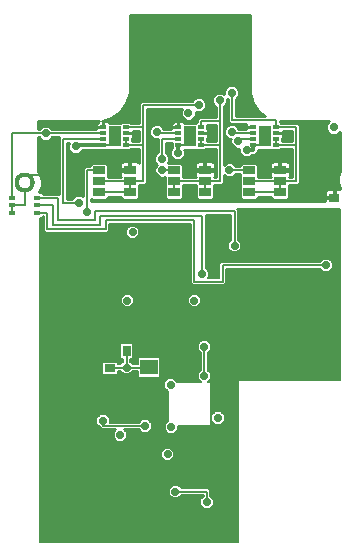
<source format=gbl>
G75*
%MOIN*%
%OFA0B0*%
%FSLAX25Y25*%
%IPPOS*%
%LPD*%
%AMOC8*
5,1,8,0,0,1.08239X$1,22.5*
%
%ADD10R,0.05906X0.05118*%
%ADD11R,0.02756X0.03543*%
%ADD12R,0.03543X0.02756*%
%ADD13R,0.03898X0.02717*%
%ADD14R,0.03937X0.06693*%
%ADD15R,0.01969X0.01181*%
%ADD16R,0.02362X0.01575*%
%ADD17C,0.01181*%
%ADD18R,0.00394X0.00394*%
%ADD19C,0.02781*%
%ADD20C,0.00500*%
%ADD21C,0.02780*%
%ADD22C,0.01000*%
%ADD23C,0.01200*%
D10*
X0061500Y0055510D03*
X0061500Y0062990D03*
D11*
X0059097Y0068472D03*
X0053979Y0068472D03*
D12*
X0048400Y0057491D03*
X0048400Y0062609D03*
X0123300Y0114441D03*
X0123300Y0119559D03*
D13*
X0044882Y0121260D03*
X0044882Y0125000D03*
X0044882Y0128740D03*
X0055118Y0128740D03*
X0055118Y0125000D03*
X0055118Y0121260D03*
X0069882Y0121260D03*
X0069882Y0125000D03*
X0069882Y0128740D03*
X0080118Y0128740D03*
X0080118Y0125000D03*
X0080118Y0121260D03*
X0094882Y0121260D03*
X0094882Y0125000D03*
X0094882Y0128740D03*
X0105118Y0128740D03*
X0105118Y0125000D03*
X0105118Y0121260D03*
D14*
X0050000Y0140000D03*
X0075000Y0140000D03*
X0100000Y0140000D03*
D15*
X0046260Y0137047D03*
X0046260Y0139016D03*
X0046260Y0140984D03*
X0046260Y0142953D03*
X0053740Y0142953D03*
X0053740Y0140984D03*
X0053740Y0139016D03*
X0053740Y0137047D03*
X0071260Y0137047D03*
X0071260Y0139016D03*
X0071260Y0140984D03*
X0071260Y0142953D03*
X0078740Y0142953D03*
X0078740Y0140984D03*
X0078740Y0139016D03*
X0078740Y0137047D03*
X0096260Y0137047D03*
X0096260Y0139016D03*
X0096260Y0140984D03*
X0096260Y0142953D03*
X0103740Y0142953D03*
X0103740Y0140984D03*
X0103740Y0139016D03*
X0103740Y0137047D03*
D16*
X0024232Y0119559D03*
X0024232Y0117000D03*
X0024232Y0114441D03*
X0015768Y0114441D03*
X0015768Y0117000D03*
X0015768Y0119559D03*
D17*
X0017343Y0124579D02*
X0017345Y0124682D01*
X0017351Y0124785D01*
X0017361Y0124887D01*
X0017375Y0124990D01*
X0017393Y0125091D01*
X0017415Y0125192D01*
X0017440Y0125292D01*
X0017470Y0125390D01*
X0017503Y0125488D01*
X0017540Y0125584D01*
X0017581Y0125678D01*
X0017626Y0125771D01*
X0017674Y0125863D01*
X0017725Y0125952D01*
X0017780Y0126039D01*
X0017838Y0126124D01*
X0017900Y0126207D01*
X0017965Y0126287D01*
X0018032Y0126365D01*
X0018103Y0126439D01*
X0018177Y0126512D01*
X0018253Y0126581D01*
X0018332Y0126647D01*
X0018413Y0126710D01*
X0018497Y0126770D01*
X0018583Y0126827D01*
X0018671Y0126880D01*
X0018762Y0126930D01*
X0018854Y0126976D01*
X0018948Y0127019D01*
X0019043Y0127058D01*
X0019140Y0127093D01*
X0019238Y0127124D01*
X0019337Y0127152D01*
X0019438Y0127176D01*
X0019539Y0127196D01*
X0019640Y0127212D01*
X0019743Y0127224D01*
X0019846Y0127232D01*
X0019948Y0127236D01*
X0020052Y0127236D01*
X0020154Y0127232D01*
X0020257Y0127224D01*
X0020360Y0127212D01*
X0020461Y0127196D01*
X0020562Y0127176D01*
X0020663Y0127152D01*
X0020762Y0127124D01*
X0020860Y0127093D01*
X0020957Y0127058D01*
X0021052Y0127019D01*
X0021146Y0126976D01*
X0021238Y0126930D01*
X0021328Y0126880D01*
X0021417Y0126827D01*
X0021503Y0126770D01*
X0021587Y0126710D01*
X0021668Y0126647D01*
X0021747Y0126581D01*
X0021823Y0126512D01*
X0021897Y0126439D01*
X0021968Y0126365D01*
X0022035Y0126287D01*
X0022100Y0126207D01*
X0022162Y0126124D01*
X0022220Y0126039D01*
X0022275Y0125952D01*
X0022326Y0125863D01*
X0022374Y0125771D01*
X0022419Y0125678D01*
X0022460Y0125584D01*
X0022497Y0125488D01*
X0022530Y0125390D01*
X0022560Y0125292D01*
X0022585Y0125192D01*
X0022607Y0125091D01*
X0022625Y0124990D01*
X0022639Y0124887D01*
X0022649Y0124785D01*
X0022655Y0124682D01*
X0022657Y0124579D01*
X0022655Y0124476D01*
X0022649Y0124373D01*
X0022639Y0124271D01*
X0022625Y0124168D01*
X0022607Y0124067D01*
X0022585Y0123966D01*
X0022560Y0123866D01*
X0022530Y0123768D01*
X0022497Y0123670D01*
X0022460Y0123574D01*
X0022419Y0123480D01*
X0022374Y0123387D01*
X0022326Y0123295D01*
X0022275Y0123206D01*
X0022220Y0123119D01*
X0022162Y0123034D01*
X0022100Y0122951D01*
X0022035Y0122871D01*
X0021968Y0122793D01*
X0021897Y0122719D01*
X0021823Y0122646D01*
X0021747Y0122577D01*
X0021668Y0122511D01*
X0021587Y0122448D01*
X0021503Y0122388D01*
X0021417Y0122331D01*
X0021329Y0122278D01*
X0021238Y0122228D01*
X0021146Y0122182D01*
X0021052Y0122139D01*
X0020957Y0122100D01*
X0020860Y0122065D01*
X0020762Y0122034D01*
X0020663Y0122006D01*
X0020562Y0121982D01*
X0020461Y0121962D01*
X0020360Y0121946D01*
X0020257Y0121934D01*
X0020154Y0121926D01*
X0020052Y0121922D01*
X0019948Y0121922D01*
X0019846Y0121926D01*
X0019743Y0121934D01*
X0019640Y0121946D01*
X0019539Y0121962D01*
X0019438Y0121982D01*
X0019337Y0122006D01*
X0019238Y0122034D01*
X0019140Y0122065D01*
X0019043Y0122100D01*
X0018948Y0122139D01*
X0018854Y0122182D01*
X0018762Y0122228D01*
X0018672Y0122278D01*
X0018583Y0122331D01*
X0018497Y0122388D01*
X0018413Y0122448D01*
X0018332Y0122511D01*
X0018253Y0122577D01*
X0018177Y0122646D01*
X0018103Y0122719D01*
X0018032Y0122793D01*
X0017965Y0122871D01*
X0017900Y0122951D01*
X0017838Y0123034D01*
X0017780Y0123119D01*
X0017725Y0123206D01*
X0017674Y0123295D01*
X0017626Y0123387D01*
X0017581Y0123480D01*
X0017540Y0123574D01*
X0017503Y0123670D01*
X0017470Y0123768D01*
X0017440Y0123866D01*
X0017415Y0123966D01*
X0017393Y0124067D01*
X0017375Y0124168D01*
X0017361Y0124271D01*
X0017351Y0124373D01*
X0017345Y0124476D01*
X0017343Y0124579D01*
D18*
X0020000Y0127236D03*
X0020000Y0121724D03*
X0017244Y0124480D03*
X0022756Y0124874D03*
D19*
X0052900Y0056050D03*
X0061800Y0036150D03*
X0061800Y0033050D03*
X0063000Y0076750D03*
X0068000Y0076750D03*
X0063000Y0071750D03*
X0068000Y0071750D03*
X0089400Y0091550D03*
X0101200Y0086450D03*
X0103100Y0078150D03*
X0081900Y0030650D03*
X0084500Y0057750D03*
X0079900Y0039350D03*
X0055800Y0033050D03*
X0093000Y0067250D03*
X0096000Y0064750D03*
X0098000Y0061750D03*
X0054300Y0085250D03*
X0076600Y0085250D03*
X0054000Y0062850D03*
X0051900Y0040450D03*
X0068900Y0043050D03*
X0084500Y0046050D03*
X0068700Y0057150D03*
X0067700Y0033950D03*
X0079900Y0060050D03*
X0079900Y0069750D03*
X0060100Y0043450D03*
X0046200Y0045150D03*
D20*
X0125000Y0115750D02*
X0125000Y0058750D01*
X0091000Y0058750D01*
X0091000Y0004750D01*
X0025000Y0004750D01*
X0025000Y0112804D01*
X0025765Y0112804D01*
X0026263Y0113301D01*
X0026263Y0113341D01*
X0026400Y0113341D01*
X0026400Y0108544D01*
X0027044Y0107900D01*
X0047456Y0107900D01*
X0048100Y0108544D01*
X0048100Y0110900D01*
X0075400Y0110900D01*
X0075400Y0091044D01*
X0076044Y0090400D01*
X0086456Y0090400D01*
X0087100Y0091044D01*
X0087100Y0095900D01*
X0118432Y0095900D01*
X0119572Y0094760D01*
X0121428Y0094760D01*
X0122740Y0096072D01*
X0122740Y0097928D01*
X0121428Y0099240D01*
X0119572Y0099240D01*
X0118432Y0098100D01*
X0085544Y0098100D01*
X0084900Y0097456D01*
X0084900Y0092600D01*
X0081018Y0092600D01*
X0081490Y0093072D01*
X0081490Y0094928D01*
X0080350Y0096068D01*
X0080350Y0113900D01*
X0088900Y0113900D01*
X0088900Y0105568D01*
X0087760Y0104428D01*
X0087760Y0102572D01*
X0089072Y0101260D01*
X0090928Y0101260D01*
X0092240Y0102572D01*
X0092240Y0104428D01*
X0091100Y0105568D01*
X0091100Y0115456D01*
X0090806Y0115750D01*
X0125000Y0115750D01*
X0062341Y0042522D02*
X0062341Y0044378D01*
X0061028Y0045691D01*
X0059172Y0045691D01*
X0058031Y0044550D01*
X0048441Y0044550D01*
X0048441Y0046078D01*
X0047128Y0047391D01*
X0045272Y0047391D01*
X0043959Y0046078D01*
X0043959Y0044222D01*
X0045100Y0043081D01*
X0045100Y0042994D01*
X0045744Y0042350D01*
X0050631Y0042350D01*
X0049659Y0041378D01*
X0049659Y0039522D01*
X0050972Y0038209D01*
X0052828Y0038209D01*
X0054141Y0039522D01*
X0054141Y0041378D01*
X0053169Y0042350D01*
X0058031Y0042350D01*
X0059172Y0041209D01*
X0061028Y0041209D01*
X0062341Y0042522D01*
X0058240Y0107072D02*
X0058240Y0108928D01*
X0056928Y0110240D01*
X0055072Y0110240D01*
X0053760Y0108928D01*
X0053760Y0107072D01*
X0055072Y0105760D01*
X0056928Y0105760D01*
X0058240Y0107072D01*
X0051751Y0070596D02*
X0051751Y0066348D01*
X0052249Y0065851D01*
X0052900Y0065851D01*
X0052900Y0064919D01*
X0051931Y0063950D01*
X0051022Y0063950D01*
X0051022Y0064339D01*
X0050524Y0064837D01*
X0046276Y0064837D01*
X0045778Y0064339D01*
X0045778Y0060879D01*
X0046276Y0060381D01*
X0050524Y0060381D01*
X0051022Y0060879D01*
X0051022Y0061750D01*
X0051931Y0061750D01*
X0053072Y0060609D01*
X0054928Y0060609D01*
X0056069Y0061750D01*
X0057697Y0061750D01*
X0057697Y0060079D01*
X0058195Y0059581D01*
X0064805Y0059581D01*
X0065303Y0060079D01*
X0065303Y0065901D01*
X0064805Y0066399D01*
X0058195Y0066399D01*
X0057697Y0065901D01*
X0057697Y0063950D01*
X0056069Y0063950D01*
X0055100Y0064919D01*
X0055100Y0065851D01*
X0055709Y0065851D01*
X0056207Y0066348D01*
X0056207Y0070596D01*
X0055709Y0071094D01*
X0052249Y0071094D01*
X0051751Y0070596D01*
X0056541Y0084322D02*
X0056541Y0086178D01*
X0055228Y0087491D01*
X0053372Y0087491D01*
X0052059Y0086178D01*
X0052059Y0084322D01*
X0053372Y0083009D01*
X0055228Y0083009D01*
X0056541Y0084322D01*
X0078841Y0084322D02*
X0078841Y0086178D01*
X0077528Y0087491D01*
X0075672Y0087491D01*
X0074359Y0086178D01*
X0074359Y0084322D01*
X0075672Y0083009D01*
X0077528Y0083009D01*
X0078841Y0084322D01*
X0071141Y0042122D02*
X0071141Y0043500D01*
X0082104Y0043500D01*
X0082250Y0043646D01*
X0082250Y0057854D01*
X0082104Y0058000D01*
X0081019Y0058000D01*
X0082141Y0059122D01*
X0082141Y0060978D01*
X0081000Y0062119D01*
X0081000Y0067681D01*
X0082141Y0068822D01*
X0082141Y0070678D01*
X0080828Y0071991D01*
X0078972Y0071991D01*
X0077659Y0070678D01*
X0077659Y0068822D01*
X0078800Y0067681D01*
X0078800Y0062119D01*
X0077659Y0060978D01*
X0077659Y0059122D01*
X0078781Y0058000D01*
X0070941Y0058000D01*
X0070941Y0058078D01*
X0069628Y0059391D01*
X0067772Y0059391D01*
X0066459Y0058078D01*
X0066459Y0056222D01*
X0067750Y0054931D01*
X0067750Y0045069D01*
X0066659Y0043978D01*
X0066659Y0042122D01*
X0067972Y0040809D01*
X0069828Y0040809D01*
X0071141Y0042122D01*
X0086741Y0045122D02*
X0086741Y0046978D01*
X0085428Y0048291D01*
X0083572Y0048291D01*
X0082259Y0046978D01*
X0082259Y0045122D01*
X0083572Y0043809D01*
X0085428Y0043809D01*
X0086741Y0045122D01*
X0069941Y0033022D02*
X0069941Y0034878D01*
X0068628Y0036191D01*
X0066772Y0036191D01*
X0065459Y0034878D01*
X0065459Y0033022D01*
X0066772Y0031709D01*
X0068628Y0031709D01*
X0069941Y0033022D01*
X0082990Y0017072D02*
X0082990Y0018928D01*
X0081850Y0020068D01*
X0081850Y0021956D01*
X0081206Y0022600D01*
X0072318Y0022600D01*
X0071178Y0023740D01*
X0069322Y0023740D01*
X0068010Y0022428D01*
X0068010Y0020572D01*
X0069322Y0019260D01*
X0071178Y0019260D01*
X0072318Y0020400D01*
X0079650Y0020400D01*
X0079650Y0020068D01*
X0078510Y0018928D01*
X0078510Y0017072D01*
X0079822Y0015760D01*
X0081678Y0015760D01*
X0082990Y0017072D01*
X0091000Y0004985D02*
X0025000Y0004985D01*
X0025000Y0005484D02*
X0091000Y0005484D01*
X0091000Y0005982D02*
X0025000Y0005982D01*
X0025000Y0006481D02*
X0091000Y0006481D01*
X0091000Y0006979D02*
X0025000Y0006979D01*
X0025000Y0007478D02*
X0091000Y0007478D01*
X0091000Y0007976D02*
X0025000Y0007976D01*
X0025000Y0008475D02*
X0091000Y0008475D01*
X0091000Y0008973D02*
X0025000Y0008973D01*
X0025000Y0009472D02*
X0091000Y0009472D01*
X0091000Y0009970D02*
X0025000Y0009970D01*
X0025000Y0010469D02*
X0091000Y0010469D01*
X0091000Y0010967D02*
X0025000Y0010967D01*
X0025000Y0011466D02*
X0091000Y0011466D01*
X0091000Y0011964D02*
X0025000Y0011964D01*
X0025000Y0012463D02*
X0091000Y0012463D01*
X0091000Y0012961D02*
X0025000Y0012961D01*
X0025000Y0013460D02*
X0091000Y0013460D01*
X0091000Y0013958D02*
X0025000Y0013958D01*
X0025000Y0014457D02*
X0091000Y0014457D01*
X0091000Y0014955D02*
X0025000Y0014955D01*
X0025000Y0015454D02*
X0091000Y0015454D01*
X0079630Y0015952D02*
X0025000Y0015952D01*
X0081870Y0015952D02*
X0091000Y0015952D01*
X0079131Y0016451D02*
X0025000Y0016451D01*
X0082369Y0016451D02*
X0091000Y0016451D01*
X0078633Y0016949D02*
X0025000Y0016949D01*
X0082867Y0016949D02*
X0091000Y0016949D01*
X0078510Y0017448D02*
X0025000Y0017448D01*
X0082990Y0017448D02*
X0091000Y0017448D01*
X0078510Y0017946D02*
X0025000Y0017946D01*
X0082990Y0017946D02*
X0091000Y0017946D01*
X0078510Y0018445D02*
X0025000Y0018445D01*
X0082990Y0018445D02*
X0091000Y0018445D01*
X0078526Y0018943D02*
X0025000Y0018943D01*
X0082974Y0018943D02*
X0091000Y0018943D01*
X0069140Y0019442D02*
X0025000Y0019442D01*
X0071360Y0019442D02*
X0079024Y0019442D01*
X0082476Y0019442D02*
X0091000Y0019442D01*
X0068642Y0019940D02*
X0025000Y0019940D01*
X0071858Y0019940D02*
X0079523Y0019940D01*
X0081977Y0019940D02*
X0091000Y0019940D01*
X0068143Y0020439D02*
X0025000Y0020439D01*
X0081850Y0020439D02*
X0091000Y0020439D01*
X0068010Y0020937D02*
X0025000Y0020937D01*
X0081850Y0020937D02*
X0091000Y0020937D01*
X0068010Y0021436D02*
X0025000Y0021436D01*
X0081850Y0021436D02*
X0091000Y0021436D01*
X0068010Y0021934D02*
X0025000Y0021934D01*
X0081850Y0021934D02*
X0091000Y0021934D01*
X0068015Y0022433D02*
X0025000Y0022433D01*
X0081373Y0022433D02*
X0091000Y0022433D01*
X0068514Y0022932D02*
X0025000Y0022932D01*
X0071986Y0022932D02*
X0091000Y0022932D01*
X0069012Y0023430D02*
X0025000Y0023430D01*
X0071488Y0023430D02*
X0091000Y0023430D01*
X0091000Y0023929D02*
X0025000Y0023929D01*
X0025000Y0024427D02*
X0091000Y0024427D01*
X0091000Y0024926D02*
X0025000Y0024926D01*
X0025000Y0025424D02*
X0091000Y0025424D01*
X0091000Y0025923D02*
X0025000Y0025923D01*
X0025000Y0026421D02*
X0091000Y0026421D01*
X0091000Y0026920D02*
X0025000Y0026920D01*
X0025000Y0027418D02*
X0091000Y0027418D01*
X0091000Y0027917D02*
X0025000Y0027917D01*
X0025000Y0028415D02*
X0091000Y0028415D01*
X0091000Y0028914D02*
X0025000Y0028914D01*
X0025000Y0029412D02*
X0091000Y0029412D01*
X0091000Y0029911D02*
X0025000Y0029911D01*
X0025000Y0030409D02*
X0091000Y0030409D01*
X0091000Y0030908D02*
X0025000Y0030908D01*
X0025000Y0031406D02*
X0091000Y0031406D01*
X0066577Y0031905D02*
X0025000Y0031905D01*
X0068823Y0031905D02*
X0091000Y0031905D01*
X0066078Y0032403D02*
X0025000Y0032403D01*
X0069322Y0032403D02*
X0091000Y0032403D01*
X0065580Y0032902D02*
X0025000Y0032902D01*
X0069820Y0032902D02*
X0091000Y0032902D01*
X0065459Y0033400D02*
X0025000Y0033400D01*
X0069941Y0033400D02*
X0091000Y0033400D01*
X0065459Y0033899D02*
X0025000Y0033899D01*
X0069941Y0033899D02*
X0091000Y0033899D01*
X0065459Y0034397D02*
X0025000Y0034397D01*
X0069941Y0034397D02*
X0091000Y0034397D01*
X0065477Y0034896D02*
X0025000Y0034896D01*
X0069923Y0034896D02*
X0091000Y0034896D01*
X0065976Y0035394D02*
X0025000Y0035394D01*
X0069424Y0035394D02*
X0091000Y0035394D01*
X0066474Y0035893D02*
X0025000Y0035893D01*
X0068926Y0035893D02*
X0091000Y0035893D01*
X0091000Y0036391D02*
X0025000Y0036391D01*
X0025000Y0036890D02*
X0091000Y0036890D01*
X0091000Y0037388D02*
X0025000Y0037388D01*
X0025000Y0037887D02*
X0091000Y0037887D01*
X0050796Y0038385D02*
X0025000Y0038385D01*
X0053004Y0038385D02*
X0091000Y0038385D01*
X0050297Y0038884D02*
X0025000Y0038884D01*
X0053502Y0038884D02*
X0091000Y0038884D01*
X0049799Y0039382D02*
X0025000Y0039382D01*
X0054001Y0039382D02*
X0091000Y0039382D01*
X0049659Y0039881D02*
X0025000Y0039881D01*
X0054141Y0039881D02*
X0091000Y0039881D01*
X0049659Y0040379D02*
X0025000Y0040379D01*
X0054141Y0040379D02*
X0091000Y0040379D01*
X0049659Y0040878D02*
X0025000Y0040878D01*
X0054141Y0040878D02*
X0067903Y0040878D01*
X0069897Y0040878D02*
X0091000Y0040878D01*
X0049659Y0041376D02*
X0025000Y0041376D01*
X0054141Y0041376D02*
X0059005Y0041376D01*
X0061195Y0041376D02*
X0067405Y0041376D01*
X0070395Y0041376D02*
X0091000Y0041376D01*
X0050156Y0041875D02*
X0025000Y0041875D01*
X0053644Y0041875D02*
X0058506Y0041875D01*
X0061694Y0041875D02*
X0066906Y0041875D01*
X0070894Y0041875D02*
X0091000Y0041875D01*
X0045721Y0042373D02*
X0025000Y0042373D01*
X0062192Y0042373D02*
X0066659Y0042373D01*
X0071141Y0042373D02*
X0091000Y0042373D01*
X0045222Y0042872D02*
X0025000Y0042872D01*
X0062341Y0042872D02*
X0066659Y0042872D01*
X0071141Y0042872D02*
X0091000Y0042872D01*
X0044811Y0043370D02*
X0025000Y0043370D01*
X0062341Y0043370D02*
X0066659Y0043370D01*
X0071141Y0043370D02*
X0091000Y0043370D01*
X0044312Y0043869D02*
X0025000Y0043869D01*
X0062341Y0043869D02*
X0066659Y0043869D01*
X0082250Y0043869D02*
X0083512Y0043869D01*
X0085488Y0043869D02*
X0091000Y0043869D01*
X0043959Y0044368D02*
X0025000Y0044368D01*
X0062341Y0044368D02*
X0067049Y0044368D01*
X0082250Y0044368D02*
X0083014Y0044368D01*
X0085986Y0044368D02*
X0091000Y0044368D01*
X0043959Y0044866D02*
X0025000Y0044866D01*
X0048441Y0044866D02*
X0058347Y0044866D01*
X0061853Y0044866D02*
X0067547Y0044866D01*
X0082250Y0044866D02*
X0082515Y0044866D01*
X0086485Y0044866D02*
X0091000Y0044866D01*
X0043959Y0045365D02*
X0025000Y0045365D01*
X0048441Y0045365D02*
X0058846Y0045365D01*
X0061354Y0045365D02*
X0067750Y0045365D01*
X0082250Y0045365D02*
X0082259Y0045365D01*
X0086741Y0045365D02*
X0091000Y0045365D01*
X0043959Y0045863D02*
X0025000Y0045863D01*
X0048441Y0045863D02*
X0067750Y0045863D01*
X0082250Y0045863D02*
X0082259Y0045863D01*
X0086741Y0045863D02*
X0091000Y0045863D01*
X0044243Y0046362D02*
X0025000Y0046362D01*
X0048157Y0046362D02*
X0067750Y0046362D01*
X0082250Y0046362D02*
X0082259Y0046362D01*
X0086741Y0046362D02*
X0091000Y0046362D01*
X0044741Y0046860D02*
X0025000Y0046860D01*
X0047659Y0046860D02*
X0067750Y0046860D01*
X0082250Y0046860D02*
X0082259Y0046860D01*
X0086741Y0046860D02*
X0091000Y0046860D01*
X0045240Y0047359D02*
X0025000Y0047359D01*
X0047160Y0047359D02*
X0067750Y0047359D01*
X0082250Y0047359D02*
X0082640Y0047359D01*
X0086360Y0047359D02*
X0091000Y0047359D01*
X0067750Y0047857D02*
X0025000Y0047857D01*
X0082250Y0047857D02*
X0083138Y0047857D01*
X0085862Y0047857D02*
X0091000Y0047857D01*
X0067750Y0048356D02*
X0025000Y0048356D01*
X0082250Y0048356D02*
X0091000Y0048356D01*
X0067750Y0048854D02*
X0025000Y0048854D01*
X0082250Y0048854D02*
X0091000Y0048854D01*
X0067750Y0049353D02*
X0025000Y0049353D01*
X0082250Y0049353D02*
X0091000Y0049353D01*
X0067750Y0049851D02*
X0025000Y0049851D01*
X0082250Y0049851D02*
X0091000Y0049851D01*
X0067750Y0050350D02*
X0025000Y0050350D01*
X0082250Y0050350D02*
X0091000Y0050350D01*
X0067750Y0050848D02*
X0025000Y0050848D01*
X0082250Y0050848D02*
X0091000Y0050848D01*
X0067750Y0051347D02*
X0025000Y0051347D01*
X0082250Y0051347D02*
X0091000Y0051347D01*
X0067750Y0051845D02*
X0025000Y0051845D01*
X0082250Y0051845D02*
X0091000Y0051845D01*
X0067750Y0052344D02*
X0025000Y0052344D01*
X0082250Y0052344D02*
X0091000Y0052344D01*
X0067750Y0052842D02*
X0025000Y0052842D01*
X0082250Y0052842D02*
X0091000Y0052842D01*
X0067750Y0053341D02*
X0025000Y0053341D01*
X0082250Y0053341D02*
X0091000Y0053341D01*
X0067750Y0053839D02*
X0025000Y0053839D01*
X0082250Y0053839D02*
X0091000Y0053839D01*
X0067750Y0054338D02*
X0025000Y0054338D01*
X0082250Y0054338D02*
X0091000Y0054338D01*
X0067750Y0054836D02*
X0025000Y0054836D01*
X0082250Y0054836D02*
X0091000Y0054836D01*
X0067347Y0055335D02*
X0025000Y0055335D01*
X0082250Y0055335D02*
X0091000Y0055335D01*
X0066848Y0055833D02*
X0025000Y0055833D01*
X0082250Y0055833D02*
X0091000Y0055833D01*
X0066459Y0056332D02*
X0025000Y0056332D01*
X0082250Y0056332D02*
X0091000Y0056332D01*
X0066459Y0056830D02*
X0025000Y0056830D01*
X0082250Y0056830D02*
X0091000Y0056830D01*
X0066459Y0057329D02*
X0025000Y0057329D01*
X0082250Y0057329D02*
X0091000Y0057329D01*
X0066459Y0057827D02*
X0025000Y0057827D01*
X0082250Y0057827D02*
X0091000Y0057827D01*
X0066707Y0058326D02*
X0025000Y0058326D01*
X0070693Y0058326D02*
X0078456Y0058326D01*
X0081344Y0058326D02*
X0091000Y0058326D01*
X0067206Y0058824D02*
X0025000Y0058824D01*
X0070194Y0058824D02*
X0077957Y0058824D01*
X0081843Y0058824D02*
X0125000Y0058824D01*
X0067704Y0059323D02*
X0025000Y0059323D01*
X0069696Y0059323D02*
X0077659Y0059323D01*
X0082141Y0059323D02*
X0125000Y0059323D01*
X0057955Y0059821D02*
X0025000Y0059821D01*
X0065045Y0059821D02*
X0077659Y0059821D01*
X0082141Y0059821D02*
X0125000Y0059821D01*
X0057697Y0060320D02*
X0025000Y0060320D01*
X0065303Y0060320D02*
X0077659Y0060320D01*
X0082141Y0060320D02*
X0125000Y0060320D01*
X0045839Y0060818D02*
X0025000Y0060818D01*
X0050961Y0060818D02*
X0052863Y0060818D01*
X0055137Y0060818D02*
X0057697Y0060818D01*
X0065303Y0060818D02*
X0077659Y0060818D01*
X0082141Y0060818D02*
X0125000Y0060818D01*
X0045778Y0061317D02*
X0025000Y0061317D01*
X0051022Y0061317D02*
X0052364Y0061317D01*
X0055635Y0061317D02*
X0057697Y0061317D01*
X0065303Y0061317D02*
X0077998Y0061317D01*
X0081802Y0061317D02*
X0125000Y0061317D01*
X0045778Y0061815D02*
X0025000Y0061815D01*
X0065303Y0061815D02*
X0078497Y0061815D01*
X0081303Y0061815D02*
X0125000Y0061815D01*
X0045778Y0062314D02*
X0025000Y0062314D01*
X0065303Y0062314D02*
X0078800Y0062314D01*
X0081000Y0062314D02*
X0125000Y0062314D01*
X0045778Y0062812D02*
X0025000Y0062812D01*
X0065303Y0062812D02*
X0078800Y0062812D01*
X0081000Y0062812D02*
X0125000Y0062812D01*
X0045778Y0063311D02*
X0025000Y0063311D01*
X0065303Y0063311D02*
X0078800Y0063311D01*
X0081000Y0063311D02*
X0125000Y0063311D01*
X0045778Y0063809D02*
X0025000Y0063809D01*
X0065303Y0063809D02*
X0078800Y0063809D01*
X0081000Y0063809D02*
X0125000Y0063809D01*
X0045778Y0064308D02*
X0025000Y0064308D01*
X0051022Y0064308D02*
X0052289Y0064308D01*
X0055711Y0064308D02*
X0057697Y0064308D01*
X0065303Y0064308D02*
X0078800Y0064308D01*
X0081000Y0064308D02*
X0125000Y0064308D01*
X0046246Y0064806D02*
X0025000Y0064806D01*
X0050554Y0064806D02*
X0052788Y0064806D01*
X0055212Y0064806D02*
X0057697Y0064806D01*
X0065303Y0064806D02*
X0078800Y0064806D01*
X0081000Y0064806D02*
X0125000Y0064806D01*
X0052900Y0065305D02*
X0025000Y0065305D01*
X0055100Y0065305D02*
X0057697Y0065305D01*
X0065303Y0065305D02*
X0078800Y0065305D01*
X0081000Y0065305D02*
X0125000Y0065305D01*
X0052900Y0065803D02*
X0025000Y0065803D01*
X0055100Y0065803D02*
X0057697Y0065803D01*
X0065303Y0065803D02*
X0078800Y0065803D01*
X0081000Y0065803D02*
X0125000Y0065803D01*
X0051797Y0066302D02*
X0025000Y0066302D01*
X0056160Y0066302D02*
X0058098Y0066302D01*
X0064902Y0066302D02*
X0078800Y0066302D01*
X0081000Y0066302D02*
X0125000Y0066302D01*
X0051751Y0066801D02*
X0025000Y0066801D01*
X0056207Y0066801D02*
X0078800Y0066801D01*
X0081000Y0066801D02*
X0125000Y0066801D01*
X0051751Y0067299D02*
X0025000Y0067299D01*
X0056207Y0067299D02*
X0078800Y0067299D01*
X0081000Y0067299D02*
X0125000Y0067299D01*
X0051751Y0067798D02*
X0025000Y0067798D01*
X0056207Y0067798D02*
X0078684Y0067798D01*
X0081116Y0067798D02*
X0125000Y0067798D01*
X0051751Y0068296D02*
X0025000Y0068296D01*
X0056207Y0068296D02*
X0078185Y0068296D01*
X0081615Y0068296D02*
X0125000Y0068296D01*
X0051751Y0068795D02*
X0025000Y0068795D01*
X0056207Y0068795D02*
X0077687Y0068795D01*
X0082113Y0068795D02*
X0125000Y0068795D01*
X0051751Y0069293D02*
X0025000Y0069293D01*
X0056207Y0069293D02*
X0077659Y0069293D01*
X0082141Y0069293D02*
X0125000Y0069293D01*
X0051751Y0069792D02*
X0025000Y0069792D01*
X0056207Y0069792D02*
X0077659Y0069792D01*
X0082141Y0069792D02*
X0125000Y0069792D01*
X0051751Y0070290D02*
X0025000Y0070290D01*
X0056207Y0070290D02*
X0077659Y0070290D01*
X0082141Y0070290D02*
X0125000Y0070290D01*
X0051944Y0070789D02*
X0025000Y0070789D01*
X0056014Y0070789D02*
X0077770Y0070789D01*
X0082030Y0070789D02*
X0125000Y0070789D01*
X0078269Y0071287D02*
X0025000Y0071287D01*
X0081531Y0071287D02*
X0125000Y0071287D01*
X0078767Y0071786D02*
X0025000Y0071786D01*
X0081033Y0071786D02*
X0125000Y0071786D01*
X0125000Y0072284D02*
X0025000Y0072284D01*
X0025000Y0072783D02*
X0125000Y0072783D01*
X0125000Y0073281D02*
X0025000Y0073281D01*
X0025000Y0073780D02*
X0125000Y0073780D01*
X0125000Y0074278D02*
X0025000Y0074278D01*
X0025000Y0074777D02*
X0125000Y0074777D01*
X0125000Y0075275D02*
X0025000Y0075275D01*
X0025000Y0075774D02*
X0125000Y0075774D01*
X0125000Y0076272D02*
X0025000Y0076272D01*
X0025000Y0076771D02*
X0125000Y0076771D01*
X0125000Y0077269D02*
X0025000Y0077269D01*
X0025000Y0077768D02*
X0125000Y0077768D01*
X0125000Y0078266D02*
X0025000Y0078266D01*
X0025000Y0078765D02*
X0125000Y0078765D01*
X0125000Y0079263D02*
X0025000Y0079263D01*
X0025000Y0079762D02*
X0125000Y0079762D01*
X0125000Y0080260D02*
X0025000Y0080260D01*
X0025000Y0080759D02*
X0125000Y0080759D01*
X0125000Y0081257D02*
X0025000Y0081257D01*
X0025000Y0081756D02*
X0125000Y0081756D01*
X0125000Y0082254D02*
X0025000Y0082254D01*
X0025000Y0082753D02*
X0125000Y0082753D01*
X0053130Y0083251D02*
X0025000Y0083251D01*
X0055470Y0083251D02*
X0075430Y0083251D01*
X0077770Y0083251D02*
X0125000Y0083251D01*
X0052631Y0083750D02*
X0025000Y0083750D01*
X0055969Y0083750D02*
X0074931Y0083750D01*
X0078269Y0083750D02*
X0125000Y0083750D01*
X0052133Y0084248D02*
X0025000Y0084248D01*
X0056467Y0084248D02*
X0074433Y0084248D01*
X0078767Y0084248D02*
X0125000Y0084248D01*
X0052059Y0084747D02*
X0025000Y0084747D01*
X0056541Y0084747D02*
X0074359Y0084747D01*
X0078841Y0084747D02*
X0125000Y0084747D01*
X0052059Y0085245D02*
X0025000Y0085245D01*
X0056541Y0085245D02*
X0074359Y0085245D01*
X0078841Y0085245D02*
X0125000Y0085245D01*
X0052059Y0085744D02*
X0025000Y0085744D01*
X0056541Y0085744D02*
X0074359Y0085744D01*
X0078841Y0085744D02*
X0125000Y0085744D01*
X0052124Y0086242D02*
X0025000Y0086242D01*
X0056476Y0086242D02*
X0074424Y0086242D01*
X0078776Y0086242D02*
X0125000Y0086242D01*
X0052622Y0086741D02*
X0025000Y0086741D01*
X0055978Y0086741D02*
X0074922Y0086741D01*
X0078278Y0086741D02*
X0125000Y0086741D01*
X0053121Y0087239D02*
X0025000Y0087239D01*
X0055479Y0087239D02*
X0075421Y0087239D01*
X0077779Y0087239D02*
X0125000Y0087239D01*
X0125000Y0087738D02*
X0025000Y0087738D01*
X0025000Y0088237D02*
X0125000Y0088237D01*
X0125000Y0088735D02*
X0025000Y0088735D01*
X0025000Y0089234D02*
X0125000Y0089234D01*
X0125000Y0089732D02*
X0025000Y0089732D01*
X0025000Y0090231D02*
X0125000Y0090231D01*
X0075715Y0090729D02*
X0025000Y0090729D01*
X0086785Y0090729D02*
X0125000Y0090729D01*
X0075400Y0091228D02*
X0025000Y0091228D01*
X0087100Y0091228D02*
X0125000Y0091228D01*
X0075400Y0091726D02*
X0025000Y0091726D01*
X0087100Y0091726D02*
X0125000Y0091726D01*
X0075400Y0092225D02*
X0025000Y0092225D01*
X0087100Y0092225D02*
X0125000Y0092225D01*
X0075400Y0092723D02*
X0025000Y0092723D01*
X0081141Y0092723D02*
X0084900Y0092723D01*
X0087100Y0092723D02*
X0125000Y0092723D01*
X0075400Y0093222D02*
X0025000Y0093222D01*
X0081490Y0093222D02*
X0084900Y0093222D01*
X0087100Y0093222D02*
X0125000Y0093222D01*
X0075400Y0093720D02*
X0025000Y0093720D01*
X0081490Y0093720D02*
X0084900Y0093720D01*
X0087100Y0093720D02*
X0125000Y0093720D01*
X0075400Y0094219D02*
X0025000Y0094219D01*
X0081490Y0094219D02*
X0084900Y0094219D01*
X0087100Y0094219D02*
X0125000Y0094219D01*
X0075400Y0094717D02*
X0025000Y0094717D01*
X0081490Y0094717D02*
X0084900Y0094717D01*
X0087100Y0094717D02*
X0125000Y0094717D01*
X0075400Y0095216D02*
X0025000Y0095216D01*
X0081202Y0095216D02*
X0084900Y0095216D01*
X0087100Y0095216D02*
X0119116Y0095216D01*
X0121883Y0095216D02*
X0125000Y0095216D01*
X0075400Y0095714D02*
X0025000Y0095714D01*
X0080704Y0095714D02*
X0084900Y0095714D01*
X0087100Y0095714D02*
X0118618Y0095714D01*
X0122382Y0095714D02*
X0125000Y0095714D01*
X0075400Y0096213D02*
X0025000Y0096213D01*
X0080350Y0096213D02*
X0084900Y0096213D01*
X0122740Y0096213D02*
X0125000Y0096213D01*
X0075400Y0096711D02*
X0025000Y0096711D01*
X0080350Y0096711D02*
X0084900Y0096711D01*
X0122740Y0096711D02*
X0125000Y0096711D01*
X0075400Y0097210D02*
X0025000Y0097210D01*
X0080350Y0097210D02*
X0084900Y0097210D01*
X0122740Y0097210D02*
X0125000Y0097210D01*
X0075400Y0097708D02*
X0025000Y0097708D01*
X0080350Y0097708D02*
X0085153Y0097708D01*
X0122740Y0097708D02*
X0125000Y0097708D01*
X0075400Y0098207D02*
X0025000Y0098207D01*
X0080350Y0098207D02*
X0118539Y0098207D01*
X0122461Y0098207D02*
X0125000Y0098207D01*
X0075400Y0098705D02*
X0025000Y0098705D01*
X0080350Y0098705D02*
X0119037Y0098705D01*
X0121963Y0098705D02*
X0125000Y0098705D01*
X0075400Y0099204D02*
X0025000Y0099204D01*
X0080350Y0099204D02*
X0119536Y0099204D01*
X0121464Y0099204D02*
X0125000Y0099204D01*
X0075400Y0099702D02*
X0025000Y0099702D01*
X0080350Y0099702D02*
X0125000Y0099702D01*
X0075400Y0100201D02*
X0025000Y0100201D01*
X0080350Y0100201D02*
X0125000Y0100201D01*
X0075400Y0100699D02*
X0025000Y0100699D01*
X0080350Y0100699D02*
X0125000Y0100699D01*
X0075400Y0101198D02*
X0025000Y0101198D01*
X0080350Y0101198D02*
X0125000Y0101198D01*
X0075400Y0101696D02*
X0025000Y0101696D01*
X0080350Y0101696D02*
X0088636Y0101696D01*
X0091364Y0101696D02*
X0125000Y0101696D01*
X0075400Y0102195D02*
X0025000Y0102195D01*
X0080350Y0102195D02*
X0088137Y0102195D01*
X0091863Y0102195D02*
X0125000Y0102195D01*
X0075400Y0102693D02*
X0025000Y0102693D01*
X0080350Y0102693D02*
X0087760Y0102693D01*
X0092240Y0102693D02*
X0125000Y0102693D01*
X0075400Y0103192D02*
X0025000Y0103192D01*
X0080350Y0103192D02*
X0087760Y0103192D01*
X0092240Y0103192D02*
X0125000Y0103192D01*
X0075400Y0103690D02*
X0025000Y0103690D01*
X0080350Y0103690D02*
X0087760Y0103690D01*
X0092240Y0103690D02*
X0125000Y0103690D01*
X0075400Y0104189D02*
X0025000Y0104189D01*
X0080350Y0104189D02*
X0087760Y0104189D01*
X0092240Y0104189D02*
X0125000Y0104189D01*
X0075400Y0104687D02*
X0025000Y0104687D01*
X0080350Y0104687D02*
X0088020Y0104687D01*
X0091980Y0104687D02*
X0125000Y0104687D01*
X0075400Y0105186D02*
X0025000Y0105186D01*
X0080350Y0105186D02*
X0088518Y0105186D01*
X0091482Y0105186D02*
X0125000Y0105186D01*
X0075400Y0105684D02*
X0025000Y0105684D01*
X0080350Y0105684D02*
X0088900Y0105684D01*
X0091100Y0105684D02*
X0125000Y0105684D01*
X0054649Y0106183D02*
X0025000Y0106183D01*
X0057351Y0106183D02*
X0075400Y0106183D01*
X0080350Y0106183D02*
X0088900Y0106183D01*
X0091100Y0106183D02*
X0125000Y0106183D01*
X0054151Y0106681D02*
X0025000Y0106681D01*
X0057849Y0106681D02*
X0075400Y0106681D01*
X0080350Y0106681D02*
X0088900Y0106681D01*
X0091100Y0106681D02*
X0125000Y0106681D01*
X0053760Y0107180D02*
X0025000Y0107180D01*
X0058240Y0107180D02*
X0075400Y0107180D01*
X0080350Y0107180D02*
X0088900Y0107180D01*
X0091100Y0107180D02*
X0125000Y0107180D01*
X0053760Y0107678D02*
X0025000Y0107678D01*
X0058240Y0107678D02*
X0075400Y0107678D01*
X0080350Y0107678D02*
X0088900Y0107678D01*
X0091100Y0107678D02*
X0125000Y0107678D01*
X0026767Y0108177D02*
X0025000Y0108177D01*
X0047733Y0108177D02*
X0053760Y0108177D01*
X0058240Y0108177D02*
X0075400Y0108177D01*
X0080350Y0108177D02*
X0088900Y0108177D01*
X0091100Y0108177D02*
X0125000Y0108177D01*
X0026400Y0108675D02*
X0025000Y0108675D01*
X0048100Y0108675D02*
X0053760Y0108675D01*
X0058240Y0108675D02*
X0075400Y0108675D01*
X0080350Y0108675D02*
X0088900Y0108675D01*
X0091100Y0108675D02*
X0125000Y0108675D01*
X0026400Y0109174D02*
X0025000Y0109174D01*
X0048100Y0109174D02*
X0054006Y0109174D01*
X0057994Y0109174D02*
X0075400Y0109174D01*
X0080350Y0109174D02*
X0088900Y0109174D01*
X0091100Y0109174D02*
X0125000Y0109174D01*
X0026400Y0109672D02*
X0025000Y0109672D01*
X0048100Y0109672D02*
X0054505Y0109672D01*
X0057495Y0109672D02*
X0075400Y0109672D01*
X0080350Y0109672D02*
X0088900Y0109672D01*
X0091100Y0109672D02*
X0125000Y0109672D01*
X0026400Y0110171D02*
X0025000Y0110171D01*
X0048100Y0110171D02*
X0055003Y0110171D01*
X0056997Y0110171D02*
X0075400Y0110171D01*
X0080350Y0110171D02*
X0088900Y0110171D01*
X0091100Y0110171D02*
X0125000Y0110171D01*
X0026400Y0110670D02*
X0025000Y0110670D01*
X0048100Y0110670D02*
X0075400Y0110670D01*
X0080350Y0110670D02*
X0088900Y0110670D01*
X0091100Y0110670D02*
X0125000Y0110670D01*
X0026400Y0111168D02*
X0025000Y0111168D01*
X0080350Y0111168D02*
X0088900Y0111168D01*
X0091100Y0111168D02*
X0125000Y0111168D01*
X0026400Y0111667D02*
X0025000Y0111667D01*
X0080350Y0111667D02*
X0088900Y0111667D01*
X0091100Y0111667D02*
X0125000Y0111667D01*
X0026400Y0112165D02*
X0025000Y0112165D01*
X0080350Y0112165D02*
X0088900Y0112165D01*
X0091100Y0112165D02*
X0125000Y0112165D01*
X0026400Y0112664D02*
X0025000Y0112664D01*
X0080350Y0112664D02*
X0088900Y0112664D01*
X0091100Y0112664D02*
X0125000Y0112664D01*
X0026400Y0113162D02*
X0026124Y0113162D01*
X0080350Y0113162D02*
X0088900Y0113162D01*
X0091100Y0113162D02*
X0125000Y0113162D01*
X0088900Y0113661D02*
X0080350Y0113661D01*
X0091100Y0113661D02*
X0125000Y0113661D01*
X0125000Y0114159D02*
X0091100Y0114159D01*
X0091100Y0114658D02*
X0125000Y0114658D01*
X0125000Y0115156D02*
X0091100Y0115156D01*
X0090901Y0115655D02*
X0125000Y0115655D01*
X0020000Y0127236D02*
X0030000Y0127236D01*
X0030000Y0125000D01*
X0015768Y0114441D02*
X0015768Y0117000D01*
X0020000Y0117000D01*
X0020000Y0121724D01*
X0048400Y0062609D02*
X0048400Y0062850D01*
X0054000Y0062850D01*
X0054000Y0067172D01*
X0053979Y0068472D01*
X0061500Y0062990D02*
X0061500Y0062850D01*
X0054000Y0062850D01*
X0096260Y0140984D02*
X0089000Y0140984D01*
X0089000Y0141500D01*
X0071260Y0140984D02*
X0064000Y0140984D01*
X0064000Y0141500D01*
X0015768Y0141000D02*
X0015768Y0119559D01*
X0046260Y0140984D02*
X0027000Y0140984D01*
X0027000Y0141000D01*
X0015768Y0141000D01*
X0079900Y0069750D02*
X0079900Y0060050D01*
X0060100Y0043450D02*
X0046200Y0043450D01*
X0046200Y0045150D01*
X0080750Y0018000D02*
X0080750Y0021500D01*
X0070250Y0021500D01*
X0046260Y0137047D02*
X0050000Y0137047D01*
X0050000Y0140000D01*
X0071260Y0137047D02*
X0075000Y0137047D01*
X0075000Y0140000D01*
X0096260Y0137047D02*
X0100000Y0137047D01*
X0100000Y0140000D01*
X0065800Y0128700D02*
X0065800Y0128740D01*
X0069882Y0128740D01*
X0040700Y0114700D02*
X0040700Y0128740D01*
X0044882Y0128740D01*
X0094882Y0125000D02*
X0105118Y0125000D01*
X0094882Y0121260D02*
X0105118Y0121260D01*
X0105118Y0125000D01*
X0103740Y0137047D02*
X0110500Y0137047D01*
X0103740Y0142953D02*
X0110500Y0142953D01*
X0110500Y0137047D01*
X0103740Y0137047D02*
X0103740Y0139016D01*
X0103740Y0142953D02*
X0103740Y0145500D01*
X0105118Y0125000D02*
X0110500Y0125000D01*
X0110500Y0137047D01*
X0089000Y0154500D02*
X0089000Y0145500D01*
X0103740Y0145500D01*
X0069882Y0121260D02*
X0069882Y0125000D01*
X0080118Y0125000D01*
X0080118Y0121260D01*
X0078740Y0137047D02*
X0085000Y0137047D01*
X0085000Y0145000D01*
X0078740Y0139016D02*
X0078740Y0137047D01*
X0078740Y0142953D02*
X0078740Y0145000D01*
X0085000Y0145000D01*
X0080118Y0125000D02*
X0085000Y0125000D01*
X0085000Y0137047D01*
X0085000Y0145000D02*
X0085000Y0152000D01*
X0055118Y0125000D02*
X0044882Y0125000D01*
X0044882Y0121260D02*
X0055118Y0121260D01*
X0055118Y0125000D01*
X0059500Y0143000D02*
X0053740Y0143000D01*
X0053740Y0142953D01*
X0053740Y0137047D02*
X0059500Y0137047D01*
X0059500Y0143000D01*
X0053740Y0139016D02*
X0053740Y0137047D01*
X0055118Y0125000D02*
X0059500Y0125000D01*
X0059500Y0137047D01*
X0078000Y0150500D02*
X0059500Y0150500D01*
X0059500Y0143000D01*
X0091100Y0138400D02*
X0091100Y0139016D01*
X0096260Y0139016D01*
X0038000Y0117900D02*
X0032700Y0117900D01*
X0032700Y0139000D01*
X0046260Y0139000D01*
X0046260Y0139016D01*
X0065700Y0132500D02*
X0065700Y0139016D01*
X0071260Y0139016D01*
X0088300Y0128800D02*
X0094882Y0128800D01*
X0094882Y0128740D01*
X0024232Y0119559D02*
X0031000Y0119559D01*
X0031000Y0112000D01*
X0043500Y0112000D01*
X0043500Y0115000D01*
X0090000Y0115000D01*
X0090000Y0103500D01*
X0024232Y0117000D02*
X0029500Y0117000D01*
X0029500Y0110500D01*
X0045000Y0110500D01*
X0045000Y0113500D01*
X0079250Y0113500D01*
X0079250Y0094000D01*
X0024232Y0114441D02*
X0027500Y0114441D01*
X0027500Y0109000D01*
X0047000Y0109000D01*
X0047000Y0112000D01*
X0076500Y0112000D01*
X0076500Y0091500D01*
X0086000Y0091500D01*
X0086000Y0097000D01*
X0120500Y0097000D01*
D21*
X0052600Y0106550D03*
X0057250Y0140000D03*
X0082750Y0141000D03*
X0107750Y0140250D03*
X0074000Y0169500D03*
X0043800Y0134300D03*
X0101900Y0133200D03*
X0055600Y0021800D03*
X0079000Y0134000D03*
X0091000Y0076000D03*
X0095000Y0076000D03*
X0099000Y0074500D03*
X0107500Y0070000D03*
X0107000Y0066000D03*
X0107500Y0062000D03*
X0028500Y0131500D03*
X0123500Y0108000D03*
X0089000Y0141500D03*
X0064000Y0141500D03*
X0056000Y0108000D03*
X0123000Y0143000D03*
X0027000Y0141000D03*
X0080750Y0018000D03*
X0070250Y0021500D03*
X0037000Y0136600D03*
X0094000Y0135500D03*
X0071000Y0134500D03*
X0074600Y0147700D03*
X0065800Y0128700D03*
X0040700Y0114700D03*
X0089000Y0154500D03*
X0085000Y0152000D03*
X0078000Y0150500D03*
X0091100Y0138400D03*
X0038000Y0117900D03*
X0065700Y0132500D03*
X0088300Y0128800D03*
X0090000Y0103500D03*
X0079250Y0094000D03*
X0120500Y0097000D03*
D22*
X0024500Y0145000D02*
X0044917Y0145000D01*
X0044697Y0144941D01*
X0044355Y0144744D01*
X0044075Y0144464D01*
X0043878Y0144122D01*
X0043776Y0143741D01*
X0043776Y0142953D01*
X0046260Y0142953D01*
X0046260Y0142953D01*
X0043776Y0142953D01*
X0043776Y0142334D01*
X0029142Y0142334D01*
X0029111Y0142410D01*
X0028410Y0143111D01*
X0027495Y0143490D01*
X0026505Y0143490D01*
X0025590Y0143111D01*
X0024889Y0142410D01*
X0024864Y0142350D01*
X0024500Y0142350D01*
X0024500Y0145000D01*
X0106224Y0140984D02*
X0103740Y0140984D01*
X0103740Y0140984D01*
X0106224Y0140984D01*
X0106224Y0141603D01*
X0109150Y0141603D01*
X0109150Y0138397D01*
X0105824Y0138397D01*
X0105824Y0139372D01*
X0105925Y0139473D01*
X0106122Y0139815D01*
X0106224Y0140196D01*
X0106224Y0140984D01*
X0081224Y0140984D02*
X0078740Y0140984D01*
X0078740Y0140984D01*
X0081224Y0140984D01*
X0081224Y0141772D01*
X0081122Y0142154D01*
X0080925Y0142496D01*
X0080824Y0142596D01*
X0080824Y0143650D01*
X0083650Y0143650D01*
X0083650Y0138397D01*
X0080824Y0138397D01*
X0080824Y0139372D01*
X0080925Y0139473D01*
X0081122Y0139815D01*
X0081224Y0140196D01*
X0081224Y0140984D01*
X0055824Y0138397D02*
X0055824Y0139372D01*
X0055925Y0139473D01*
X0056122Y0139815D01*
X0056224Y0140196D01*
X0056224Y0140984D01*
X0053740Y0140984D01*
X0053740Y0140984D01*
X0056224Y0140984D01*
X0056224Y0141650D01*
X0058150Y0141650D01*
X0058150Y0138397D01*
X0055824Y0138397D01*
X0090411Y0130210D02*
X0089710Y0130911D01*
X0088795Y0131290D01*
X0087805Y0131290D01*
X0086890Y0130911D01*
X0086350Y0130371D01*
X0086350Y0149864D01*
X0086410Y0149889D01*
X0087111Y0150590D01*
X0087490Y0151505D01*
X0087490Y0152489D01*
X0087590Y0152389D01*
X0087650Y0152364D01*
X0087650Y0144941D01*
X0088441Y0144150D01*
X0093894Y0144150D01*
X0093878Y0144122D01*
X0093776Y0143741D01*
X0093776Y0142953D01*
X0096260Y0142953D01*
X0096260Y0142953D01*
X0093776Y0142953D01*
X0093776Y0142334D01*
X0091350Y0142334D01*
X0091111Y0142910D01*
X0090410Y0143611D01*
X0089495Y0143990D01*
X0088505Y0143990D01*
X0087590Y0143611D01*
X0086889Y0142910D01*
X0086510Y0141995D01*
X0086510Y0141005D01*
X0086889Y0140090D01*
X0087590Y0139389D01*
X0088505Y0139010D01*
X0088658Y0139010D01*
X0088610Y0138895D01*
X0088610Y0137905D01*
X0088989Y0136990D01*
X0089690Y0136289D01*
X0090605Y0135910D01*
X0091510Y0135910D01*
X0091510Y0135005D01*
X0091889Y0134090D01*
X0092590Y0133389D01*
X0093505Y0133010D01*
X0094495Y0133010D01*
X0095410Y0133389D01*
X0095821Y0133800D01*
X0096964Y0133800D01*
X0097960Y0134796D01*
X0097960Y0135554D01*
X0102103Y0135554D01*
X0102300Y0135357D01*
X0105180Y0135357D01*
X0105521Y0135697D01*
X0109150Y0135697D01*
X0109150Y0126350D01*
X0108167Y0126350D01*
X0108167Y0126361D01*
X0108267Y0126461D01*
X0108465Y0126803D01*
X0108567Y0127184D01*
X0108567Y0128561D01*
X0105297Y0128561D01*
X0105297Y0128919D01*
X0108567Y0128919D01*
X0108567Y0130296D01*
X0108465Y0130677D01*
X0108267Y0131019D01*
X0107988Y0131299D01*
X0107646Y0131496D01*
X0107264Y0131598D01*
X0105297Y0131598D01*
X0105297Y0128919D01*
X0104939Y0128919D01*
X0104939Y0131598D01*
X0102972Y0131598D01*
X0102590Y0131496D01*
X0102248Y0131299D01*
X0101969Y0131019D01*
X0101772Y0130677D01*
X0101669Y0130296D01*
X0101669Y0128919D01*
X0104939Y0128919D01*
X0104939Y0128561D01*
X0101669Y0128561D01*
X0101669Y0127184D01*
X0101772Y0126803D01*
X0101969Y0126461D01*
X0102069Y0126361D01*
X0102069Y0126350D01*
X0097931Y0126350D01*
X0097931Y0126814D01*
X0097875Y0126870D01*
X0097931Y0126926D01*
X0097931Y0130554D01*
X0097286Y0131198D01*
X0092477Y0131198D01*
X0091833Y0130554D01*
X0091833Y0130150D01*
X0090436Y0130150D01*
X0090411Y0130210D01*
X0055473Y0144350D02*
X0055180Y0144643D01*
X0052300Y0144643D01*
X0052103Y0144446D01*
X0048455Y0144446D01*
X0048444Y0144464D01*
X0048165Y0144744D01*
X0047823Y0144941D01*
X0047442Y0145043D01*
X0046260Y0145043D01*
X0046260Y0142953D01*
X0046260Y0142953D01*
X0046260Y0145043D01*
X0045665Y0145043D01*
X0048921Y0146101D01*
X0048921Y0146101D01*
X0051804Y0148196D01*
X0051804Y0148196D01*
X0051804Y0148196D01*
X0053899Y0151079D01*
X0053899Y0151079D01*
X0055000Y0154468D01*
X0055000Y0180500D01*
X0095000Y0180500D01*
X0095000Y0154468D01*
X0096101Y0151079D01*
X0096101Y0151079D01*
X0098196Y0148196D01*
X0098196Y0148196D01*
X0098196Y0148196D01*
X0100048Y0146850D01*
X0090350Y0146850D01*
X0090350Y0152364D01*
X0090410Y0152389D01*
X0091111Y0153090D01*
X0091490Y0154005D01*
X0091490Y0154995D01*
X0091111Y0155910D01*
X0090410Y0156611D01*
X0089495Y0156990D01*
X0088505Y0156990D01*
X0087590Y0156611D01*
X0086889Y0155910D01*
X0086510Y0154995D01*
X0086510Y0154011D01*
X0086410Y0154111D01*
X0085495Y0154490D01*
X0084505Y0154490D01*
X0083590Y0154111D01*
X0082889Y0153410D01*
X0082510Y0152495D01*
X0082510Y0151505D01*
X0082889Y0150590D01*
X0083590Y0149889D01*
X0083650Y0149864D01*
X0083650Y0146350D01*
X0078181Y0146350D01*
X0077390Y0145559D01*
X0077390Y0144643D01*
X0077300Y0144643D01*
X0077103Y0144446D01*
X0073455Y0144446D01*
X0073444Y0144464D01*
X0073165Y0144744D01*
X0072823Y0144941D01*
X0072442Y0145043D01*
X0071260Y0145043D01*
X0071260Y0142953D01*
X0071260Y0142953D01*
X0071260Y0145043D01*
X0070078Y0145043D01*
X0069697Y0144941D01*
X0069355Y0144744D01*
X0069075Y0144464D01*
X0068878Y0144122D01*
X0068776Y0143741D01*
X0068776Y0142953D01*
X0071260Y0142953D01*
X0071260Y0142953D01*
X0068776Y0142953D01*
X0068776Y0142334D01*
X0066350Y0142334D01*
X0066111Y0142910D01*
X0065410Y0143611D01*
X0064495Y0143990D01*
X0063505Y0143990D01*
X0062590Y0143611D01*
X0061889Y0142910D01*
X0061510Y0141995D01*
X0061510Y0141005D01*
X0061889Y0140090D01*
X0062590Y0139389D01*
X0063505Y0139010D01*
X0064350Y0139010D01*
X0064350Y0134636D01*
X0064290Y0134611D01*
X0063589Y0133910D01*
X0063210Y0132995D01*
X0063210Y0132005D01*
X0063589Y0131090D01*
X0064129Y0130550D01*
X0063689Y0130110D01*
X0063310Y0129195D01*
X0063310Y0128205D01*
X0063689Y0127290D01*
X0064390Y0126589D01*
X0065305Y0126210D01*
X0066295Y0126210D01*
X0066833Y0126433D01*
X0066833Y0123186D01*
X0066889Y0123130D01*
X0066833Y0123074D01*
X0066833Y0119446D01*
X0067477Y0118802D01*
X0072286Y0118802D01*
X0072931Y0119446D01*
X0072931Y0123074D01*
X0072875Y0123130D01*
X0072931Y0123186D01*
X0072931Y0123650D01*
X0077069Y0123650D01*
X0077069Y0123186D01*
X0077125Y0123130D01*
X0077069Y0123074D01*
X0077069Y0119446D01*
X0077714Y0118802D01*
X0082523Y0118802D01*
X0083167Y0119446D01*
X0083167Y0123074D01*
X0083111Y0123130D01*
X0083167Y0123186D01*
X0083167Y0123650D01*
X0085559Y0123650D01*
X0086350Y0124441D01*
X0086350Y0127229D01*
X0086890Y0126689D01*
X0087805Y0126310D01*
X0088795Y0126310D01*
X0089710Y0126689D01*
X0090411Y0127390D01*
X0090436Y0127450D01*
X0091833Y0127450D01*
X0091833Y0126926D01*
X0091889Y0126870D01*
X0091833Y0126814D01*
X0091833Y0123186D01*
X0091889Y0123130D01*
X0091833Y0123074D01*
X0091833Y0119446D01*
X0092477Y0118802D01*
X0097286Y0118802D01*
X0097931Y0119446D01*
X0097931Y0119910D01*
X0102069Y0119910D01*
X0102069Y0119446D01*
X0102714Y0118802D01*
X0107523Y0118802D01*
X0108167Y0119446D01*
X0108167Y0123074D01*
X0108111Y0123130D01*
X0108167Y0123186D01*
X0108167Y0123650D01*
X0111059Y0123650D01*
X0111850Y0124441D01*
X0111850Y0143512D01*
X0111059Y0144303D01*
X0105521Y0144303D01*
X0105180Y0144643D01*
X0105090Y0144643D01*
X0105090Y0145000D01*
X0121479Y0145000D01*
X0120889Y0144410D01*
X0120510Y0143495D01*
X0120510Y0142505D01*
X0120889Y0141590D01*
X0121590Y0140889D01*
X0122505Y0140510D01*
X0123495Y0140510D01*
X0124410Y0140889D01*
X0125000Y0141479D01*
X0125000Y0128353D01*
X0124319Y0126709D01*
X0124319Y0124449D01*
X0125000Y0122804D01*
X0125000Y0122437D01*
X0123489Y0122437D01*
X0123489Y0119748D01*
X0123111Y0119748D01*
X0123111Y0122437D01*
X0121331Y0122437D01*
X0120949Y0122335D01*
X0120607Y0122137D01*
X0120328Y0121858D01*
X0120131Y0121516D01*
X0120028Y0121134D01*
X0120028Y0119748D01*
X0123111Y0119748D01*
X0123111Y0119370D01*
X0120028Y0119370D01*
X0120028Y0118500D01*
X0042050Y0118500D01*
X0042050Y0119229D01*
X0042477Y0118802D01*
X0047286Y0118802D01*
X0047931Y0119446D01*
X0047931Y0119910D01*
X0052069Y0119910D01*
X0052069Y0119446D01*
X0052714Y0118802D01*
X0057523Y0118802D01*
X0058167Y0119446D01*
X0058167Y0123074D01*
X0058111Y0123130D01*
X0058167Y0123186D01*
X0058167Y0123650D01*
X0060059Y0123650D01*
X0060850Y0124441D01*
X0060850Y0149150D01*
X0072529Y0149150D01*
X0072489Y0149110D01*
X0072110Y0148195D01*
X0072110Y0147205D01*
X0072489Y0146290D01*
X0073190Y0145589D01*
X0074105Y0145210D01*
X0075095Y0145210D01*
X0076010Y0145589D01*
X0076711Y0146290D01*
X0077090Y0147205D01*
X0077090Y0148182D01*
X0077505Y0148010D01*
X0078495Y0148010D01*
X0079410Y0148389D01*
X0080111Y0149090D01*
X0080490Y0150005D01*
X0080490Y0150995D01*
X0080111Y0151910D01*
X0079410Y0152611D01*
X0078495Y0152990D01*
X0077505Y0152990D01*
X0076590Y0152611D01*
X0075889Y0151910D01*
X0075864Y0151850D01*
X0058941Y0151850D01*
X0058150Y0151059D01*
X0058150Y0144350D01*
X0055473Y0144350D01*
X0069176Y0136197D02*
X0068889Y0135910D01*
X0068510Y0134995D01*
X0068510Y0134005D01*
X0068889Y0133090D01*
X0069590Y0132389D01*
X0070505Y0132010D01*
X0071495Y0132010D01*
X0072410Y0132389D01*
X0073111Y0133090D01*
X0073490Y0134005D01*
X0073490Y0134995D01*
X0073259Y0135554D01*
X0077103Y0135554D01*
X0077300Y0135357D01*
X0080180Y0135357D01*
X0080521Y0135697D01*
X0083650Y0135697D01*
X0083650Y0126350D01*
X0083167Y0126350D01*
X0083167Y0126361D01*
X0083267Y0126461D01*
X0083465Y0126803D01*
X0083567Y0127184D01*
X0083567Y0128561D01*
X0080297Y0128561D01*
X0080297Y0128919D01*
X0083567Y0128919D01*
X0083567Y0130296D01*
X0083465Y0130677D01*
X0083267Y0131019D01*
X0082988Y0131299D01*
X0082646Y0131496D01*
X0082264Y0131598D01*
X0080297Y0131598D01*
X0080297Y0128919D01*
X0079939Y0128919D01*
X0079939Y0131598D01*
X0077972Y0131598D01*
X0077590Y0131496D01*
X0077248Y0131299D01*
X0076969Y0131019D01*
X0076772Y0130677D01*
X0076669Y0130296D01*
X0076669Y0128919D01*
X0079939Y0128919D01*
X0079939Y0128561D01*
X0076669Y0128561D01*
X0076669Y0127184D01*
X0076772Y0126803D01*
X0076969Y0126461D01*
X0077069Y0126361D01*
X0077069Y0126350D01*
X0072931Y0126350D01*
X0072931Y0126814D01*
X0072875Y0126870D01*
X0072931Y0126926D01*
X0072931Y0130554D01*
X0072286Y0131198D01*
X0067856Y0131198D01*
X0068190Y0132005D01*
X0068190Y0132995D01*
X0067811Y0133910D01*
X0067110Y0134611D01*
X0067050Y0134636D01*
X0067050Y0137666D01*
X0069176Y0137666D01*
X0069176Y0136197D01*
X0025869Y0121446D02*
X0024852Y0121446D01*
X0025681Y0123449D01*
X0025681Y0125709D01*
X0024816Y0127797D01*
X0024500Y0128113D01*
X0024500Y0139650D01*
X0024864Y0139650D01*
X0024889Y0139590D01*
X0025590Y0138889D01*
X0026505Y0138510D01*
X0027495Y0138510D01*
X0028410Y0138889D01*
X0029111Y0139590D01*
X0029129Y0139634D01*
X0031425Y0139634D01*
X0031350Y0139559D01*
X0031350Y0120909D01*
X0026406Y0120909D01*
X0025869Y0121446D01*
X0057988Y0131299D02*
X0057646Y0131496D01*
X0057264Y0131598D01*
X0055297Y0131598D01*
X0055297Y0128919D01*
X0054939Y0128919D01*
X0054939Y0131598D01*
X0052972Y0131598D01*
X0052590Y0131496D01*
X0052248Y0131299D01*
X0051969Y0131019D01*
X0051772Y0130677D01*
X0051669Y0130296D01*
X0051669Y0128919D01*
X0054939Y0128919D01*
X0054939Y0128561D01*
X0051669Y0128561D01*
X0051669Y0127184D01*
X0051772Y0126803D01*
X0051969Y0126461D01*
X0052069Y0126361D01*
X0052069Y0126350D01*
X0047931Y0126350D01*
X0047931Y0126814D01*
X0047875Y0126870D01*
X0047931Y0126926D01*
X0047931Y0130554D01*
X0047286Y0131198D01*
X0042477Y0131198D01*
X0041833Y0130554D01*
X0041833Y0130090D01*
X0040141Y0130090D01*
X0039350Y0129299D01*
X0039350Y0120036D01*
X0038495Y0120390D01*
X0037505Y0120390D01*
X0036590Y0120011D01*
X0035889Y0119310D01*
X0035864Y0119250D01*
X0034050Y0119250D01*
X0034050Y0137650D01*
X0034740Y0137650D01*
X0034510Y0137095D01*
X0034510Y0136105D01*
X0034889Y0135190D01*
X0035590Y0134489D01*
X0036505Y0134110D01*
X0037495Y0134110D01*
X0038410Y0134489D01*
X0039111Y0135190D01*
X0039193Y0135388D01*
X0046954Y0135343D01*
X0046968Y0135357D01*
X0047700Y0135357D01*
X0047897Y0135554D01*
X0052103Y0135554D01*
X0052300Y0135357D01*
X0055180Y0135357D01*
X0055521Y0135697D01*
X0058150Y0135697D01*
X0058150Y0131137D01*
X0057988Y0131299D01*
X0042456Y0118823D02*
X0042050Y0118823D01*
X0047308Y0118823D02*
X0052692Y0118823D01*
X0057544Y0118823D02*
X0067456Y0118823D01*
X0072308Y0118823D02*
X0077692Y0118823D01*
X0082544Y0118823D02*
X0092456Y0118823D01*
X0097308Y0118823D02*
X0102692Y0118823D01*
X0107544Y0118823D02*
X0120028Y0118823D01*
X0036400Y0119821D02*
X0034050Y0119821D01*
X0047931Y0119821D02*
X0052069Y0119821D01*
X0058167Y0119821D02*
X0066833Y0119821D01*
X0072931Y0119821D02*
X0077069Y0119821D01*
X0083167Y0119821D02*
X0091833Y0119821D01*
X0097931Y0119821D02*
X0102069Y0119821D01*
X0108167Y0119821D02*
X0120028Y0119821D01*
X0123111Y0119821D02*
X0123489Y0119821D01*
X0039350Y0120820D02*
X0034050Y0120820D01*
X0058167Y0120820D02*
X0066833Y0120820D01*
X0072931Y0120820D02*
X0077069Y0120820D01*
X0083167Y0120820D02*
X0091833Y0120820D01*
X0108167Y0120820D02*
X0120028Y0120820D01*
X0123111Y0120820D02*
X0123489Y0120820D01*
X0031350Y0121818D02*
X0025006Y0121818D01*
X0034050Y0121818D02*
X0039350Y0121818D01*
X0058167Y0121818D02*
X0066833Y0121818D01*
X0072931Y0121818D02*
X0077069Y0121818D01*
X0083167Y0121818D02*
X0091833Y0121818D01*
X0108167Y0121818D02*
X0120305Y0121818D01*
X0123111Y0121818D02*
X0123489Y0121818D01*
X0031350Y0122817D02*
X0025419Y0122817D01*
X0034050Y0122817D02*
X0039350Y0122817D01*
X0058167Y0122817D02*
X0066833Y0122817D01*
X0072931Y0122817D02*
X0077069Y0122817D01*
X0083167Y0122817D02*
X0091833Y0122817D01*
X0108167Y0122817D02*
X0124995Y0122817D01*
X0031350Y0123815D02*
X0025681Y0123815D01*
X0034050Y0123815D02*
X0039350Y0123815D01*
X0060225Y0123815D02*
X0066833Y0123815D01*
X0085725Y0123815D02*
X0091833Y0123815D01*
X0111225Y0123815D02*
X0124581Y0123815D01*
X0031350Y0124814D02*
X0025681Y0124814D01*
X0034050Y0124814D02*
X0039350Y0124814D01*
X0060850Y0124814D02*
X0066833Y0124814D01*
X0086350Y0124814D02*
X0091833Y0124814D01*
X0111850Y0124814D02*
X0124319Y0124814D01*
X0031350Y0125812D02*
X0025638Y0125812D01*
X0034050Y0125812D02*
X0039350Y0125812D01*
X0060850Y0125812D02*
X0066833Y0125812D01*
X0086350Y0125812D02*
X0091833Y0125812D01*
X0111850Y0125812D02*
X0124319Y0125812D01*
X0031350Y0126811D02*
X0025225Y0126811D01*
X0034050Y0126811D02*
X0039350Y0126811D01*
X0047931Y0126811D02*
X0051769Y0126811D01*
X0060850Y0126811D02*
X0064168Y0126811D01*
X0072931Y0126811D02*
X0076769Y0126811D01*
X0083467Y0126811D02*
X0083650Y0126811D01*
X0086350Y0126811D02*
X0086768Y0126811D01*
X0089832Y0126811D02*
X0091833Y0126811D01*
X0097931Y0126811D02*
X0101769Y0126811D01*
X0108467Y0126811D02*
X0109150Y0126811D01*
X0111850Y0126811D02*
X0124361Y0126811D01*
X0031350Y0127809D02*
X0024804Y0127809D01*
X0034050Y0127809D02*
X0039350Y0127809D01*
X0047931Y0127809D02*
X0051669Y0127809D01*
X0060850Y0127809D02*
X0063474Y0127809D01*
X0072931Y0127809D02*
X0076669Y0127809D01*
X0083567Y0127809D02*
X0083650Y0127809D01*
X0097931Y0127809D02*
X0101669Y0127809D01*
X0108567Y0127809D02*
X0109150Y0127809D01*
X0111850Y0127809D02*
X0124775Y0127809D01*
X0031350Y0128808D02*
X0024500Y0128808D01*
X0034050Y0128808D02*
X0039350Y0128808D01*
X0047931Y0128808D02*
X0054939Y0128808D01*
X0060850Y0128808D02*
X0063310Y0128808D01*
X0072931Y0128808D02*
X0079939Y0128808D01*
X0080297Y0128808D02*
X0083650Y0128808D01*
X0097931Y0128808D02*
X0104939Y0128808D01*
X0105297Y0128808D02*
X0109150Y0128808D01*
X0111850Y0128808D02*
X0125000Y0128808D01*
X0031350Y0129806D02*
X0024500Y0129806D01*
X0034050Y0129806D02*
X0039857Y0129806D01*
X0047931Y0129806D02*
X0051669Y0129806D01*
X0054939Y0129806D02*
X0055297Y0129806D01*
X0060850Y0129806D02*
X0063563Y0129806D01*
X0072931Y0129806D02*
X0076669Y0129806D01*
X0079939Y0129806D02*
X0080297Y0129806D01*
X0083567Y0129806D02*
X0083650Y0129806D01*
X0097931Y0129806D02*
X0101669Y0129806D01*
X0104939Y0129806D02*
X0105297Y0129806D01*
X0108567Y0129806D02*
X0109150Y0129806D01*
X0111850Y0129806D02*
X0125000Y0129806D01*
X0031350Y0130805D02*
X0024500Y0130805D01*
X0034050Y0130805D02*
X0042084Y0130805D01*
X0047680Y0130805D02*
X0051845Y0130805D01*
X0054939Y0130805D02*
X0055297Y0130805D01*
X0060850Y0130805D02*
X0063874Y0130805D01*
X0072680Y0130805D02*
X0076845Y0130805D01*
X0079939Y0130805D02*
X0080297Y0130805D01*
X0083391Y0130805D02*
X0083650Y0130805D01*
X0086350Y0130805D02*
X0086784Y0130805D01*
X0089816Y0130805D02*
X0092084Y0130805D01*
X0097680Y0130805D02*
X0101845Y0130805D01*
X0104939Y0130805D02*
X0105297Y0130805D01*
X0108391Y0130805D02*
X0109150Y0130805D01*
X0111850Y0130805D02*
X0125000Y0130805D01*
X0031350Y0131803D02*
X0024500Y0131803D01*
X0034050Y0131803D02*
X0058150Y0131803D01*
X0060850Y0131803D02*
X0063293Y0131803D01*
X0068107Y0131803D02*
X0083650Y0131803D01*
X0086350Y0131803D02*
X0109150Y0131803D01*
X0111850Y0131803D02*
X0125000Y0131803D01*
X0031350Y0132802D02*
X0024500Y0132802D01*
X0034050Y0132802D02*
X0058150Y0132802D01*
X0060850Y0132802D02*
X0063210Y0132802D01*
X0068190Y0132802D02*
X0069177Y0132802D01*
X0072823Y0132802D02*
X0083650Y0132802D01*
X0086350Y0132802D02*
X0109150Y0132802D01*
X0111850Y0132802D02*
X0125000Y0132802D01*
X0031350Y0133801D02*
X0024500Y0133801D01*
X0034050Y0133801D02*
X0058150Y0133801D01*
X0060850Y0133801D02*
X0063544Y0133801D01*
X0067856Y0133801D02*
X0068595Y0133801D01*
X0073405Y0133801D02*
X0083650Y0133801D01*
X0086350Y0133801D02*
X0092178Y0133801D01*
X0096965Y0133801D02*
X0109150Y0133801D01*
X0111850Y0133801D02*
X0125000Y0133801D01*
X0031350Y0134799D02*
X0024500Y0134799D01*
X0034050Y0134799D02*
X0035280Y0134799D01*
X0038720Y0134799D02*
X0058150Y0134799D01*
X0060850Y0134799D02*
X0064350Y0134799D01*
X0067050Y0134799D02*
X0068510Y0134799D01*
X0073490Y0134799D02*
X0083650Y0134799D01*
X0086350Y0134799D02*
X0091595Y0134799D01*
X0097960Y0134799D02*
X0109150Y0134799D01*
X0111850Y0134799D02*
X0125000Y0134799D01*
X0031350Y0135798D02*
X0024500Y0135798D01*
X0034050Y0135798D02*
X0034637Y0135798D01*
X0060850Y0135798D02*
X0064350Y0135798D01*
X0067050Y0135798D02*
X0068842Y0135798D01*
X0086350Y0135798D02*
X0091510Y0135798D01*
X0111850Y0135798D02*
X0125000Y0135798D01*
X0031350Y0136796D02*
X0024500Y0136796D01*
X0034050Y0136796D02*
X0034510Y0136796D01*
X0060850Y0136796D02*
X0064350Y0136796D01*
X0067050Y0136796D02*
X0069176Y0136796D01*
X0086350Y0136796D02*
X0089183Y0136796D01*
X0111850Y0136796D02*
X0125000Y0136796D01*
X0031350Y0137795D02*
X0024500Y0137795D01*
X0060850Y0137795D02*
X0064350Y0137795D01*
X0086350Y0137795D02*
X0088656Y0137795D01*
X0111850Y0137795D02*
X0125000Y0137795D01*
X0025821Y0138793D02*
X0024500Y0138793D01*
X0028179Y0138793D02*
X0031350Y0138793D01*
X0055824Y0138793D02*
X0058150Y0138793D01*
X0060850Y0138793D02*
X0064350Y0138793D01*
X0080824Y0138793D02*
X0083650Y0138793D01*
X0086350Y0138793D02*
X0088610Y0138793D01*
X0105824Y0138793D02*
X0109150Y0138793D01*
X0111850Y0138793D02*
X0125000Y0138793D01*
X0058150Y0139792D02*
X0056109Y0139792D01*
X0060850Y0139792D02*
X0062187Y0139792D01*
X0081109Y0139792D02*
X0083650Y0139792D01*
X0086350Y0139792D02*
X0087187Y0139792D01*
X0106109Y0139792D02*
X0109150Y0139792D01*
X0111850Y0139792D02*
X0125000Y0139792D01*
X0058150Y0140790D02*
X0056224Y0140790D01*
X0060850Y0140790D02*
X0061599Y0140790D01*
X0081224Y0140790D02*
X0083650Y0140790D01*
X0086350Y0140790D02*
X0086599Y0140790D01*
X0106224Y0140790D02*
X0109150Y0140790D01*
X0111850Y0140790D02*
X0121828Y0140790D01*
X0124171Y0140790D02*
X0125000Y0140790D01*
X0061510Y0141789D02*
X0060850Y0141789D01*
X0081220Y0141789D02*
X0083650Y0141789D01*
X0086350Y0141789D02*
X0086510Y0141789D01*
X0111850Y0141789D02*
X0120807Y0141789D01*
X0025266Y0142787D02*
X0024500Y0142787D01*
X0028734Y0142787D02*
X0043776Y0142787D01*
X0060850Y0142787D02*
X0061838Y0142787D01*
X0066162Y0142787D02*
X0068776Y0142787D01*
X0080824Y0142787D02*
X0083650Y0142787D01*
X0086350Y0142787D02*
X0086838Y0142787D01*
X0091162Y0142787D02*
X0093776Y0142787D01*
X0111850Y0142787D02*
X0120510Y0142787D01*
X0043788Y0143786D02*
X0024500Y0143786D01*
X0046260Y0143786D02*
X0046260Y0143786D01*
X0060850Y0143786D02*
X0063011Y0143786D01*
X0064989Y0143786D02*
X0068788Y0143786D01*
X0071260Y0143786D02*
X0071260Y0143786D01*
X0086350Y0143786D02*
X0088011Y0143786D01*
X0089989Y0143786D02*
X0093788Y0143786D01*
X0111576Y0143786D02*
X0120630Y0143786D01*
X0044425Y0144784D02*
X0024500Y0144784D01*
X0046260Y0144784D02*
X0046260Y0144784D01*
X0048095Y0144784D02*
X0058150Y0144784D01*
X0060850Y0144784D02*
X0069425Y0144784D01*
X0071260Y0144784D02*
X0071260Y0144784D01*
X0073095Y0144784D02*
X0077390Y0144784D01*
X0086350Y0144784D02*
X0087807Y0144784D01*
X0105090Y0144784D02*
X0121263Y0144784D01*
X0058150Y0145783D02*
X0047941Y0145783D01*
X0060850Y0145783D02*
X0072996Y0145783D01*
X0076204Y0145783D02*
X0077614Y0145783D01*
X0086350Y0145783D02*
X0087650Y0145783D01*
X0058150Y0146781D02*
X0049857Y0146781D01*
X0060850Y0146781D02*
X0072285Y0146781D01*
X0076915Y0146781D02*
X0083650Y0146781D01*
X0086350Y0146781D02*
X0087650Y0146781D01*
X0058150Y0147780D02*
X0051231Y0147780D01*
X0060850Y0147780D02*
X0072110Y0147780D01*
X0077090Y0147780D02*
X0083650Y0147780D01*
X0086350Y0147780D02*
X0087650Y0147780D01*
X0090350Y0147780D02*
X0098769Y0147780D01*
X0058150Y0148778D02*
X0052227Y0148778D01*
X0060850Y0148778D02*
X0072351Y0148778D01*
X0079800Y0148778D02*
X0083650Y0148778D01*
X0086350Y0148778D02*
X0087650Y0148778D01*
X0090350Y0148778D02*
X0097773Y0148778D01*
X0058150Y0149777D02*
X0052953Y0149777D01*
X0080396Y0149777D02*
X0083650Y0149777D01*
X0086350Y0149777D02*
X0087650Y0149777D01*
X0090350Y0149777D02*
X0097047Y0149777D01*
X0058150Y0150775D02*
X0053678Y0150775D01*
X0080490Y0150775D02*
X0082812Y0150775D01*
X0087188Y0150775D02*
X0087650Y0150775D01*
X0090350Y0150775D02*
X0096322Y0150775D01*
X0058865Y0151774D02*
X0054124Y0151774D01*
X0080168Y0151774D02*
X0082510Y0151774D01*
X0087490Y0151774D02*
X0087650Y0151774D01*
X0090350Y0151774D02*
X0095875Y0151774D01*
X0076979Y0152772D02*
X0054449Y0152772D01*
X0079021Y0152772D02*
X0082625Y0152772D01*
X0090794Y0152772D02*
X0095551Y0152772D01*
X0083249Y0153771D02*
X0054773Y0153771D01*
X0091393Y0153771D02*
X0095227Y0153771D01*
X0086510Y0154769D02*
X0055000Y0154769D01*
X0091490Y0154769D02*
X0095000Y0154769D01*
X0086830Y0155768D02*
X0055000Y0155768D01*
X0091170Y0155768D02*
X0095000Y0155768D01*
X0087965Y0156766D02*
X0055000Y0156766D01*
X0090035Y0156766D02*
X0095000Y0156766D01*
X0095000Y0157765D02*
X0055000Y0157765D01*
X0055000Y0158763D02*
X0095000Y0158763D01*
X0095000Y0159762D02*
X0055000Y0159762D01*
X0055000Y0160760D02*
X0095000Y0160760D01*
X0095000Y0161759D02*
X0055000Y0161759D01*
X0055000Y0162757D02*
X0095000Y0162757D01*
X0095000Y0163756D02*
X0055000Y0163756D01*
X0055000Y0164754D02*
X0095000Y0164754D01*
X0095000Y0165753D02*
X0055000Y0165753D01*
X0055000Y0166751D02*
X0095000Y0166751D01*
X0095000Y0167750D02*
X0055000Y0167750D01*
X0055000Y0168748D02*
X0095000Y0168748D01*
X0095000Y0169747D02*
X0055000Y0169747D01*
X0055000Y0170745D02*
X0095000Y0170745D01*
X0095000Y0171744D02*
X0055000Y0171744D01*
X0055000Y0172742D02*
X0095000Y0172742D01*
X0095000Y0173741D02*
X0055000Y0173741D01*
X0055000Y0174739D02*
X0095000Y0174739D01*
X0095000Y0175738D02*
X0055000Y0175738D01*
X0055000Y0176737D02*
X0095000Y0176737D01*
X0095000Y0177735D02*
X0055000Y0177735D01*
X0055000Y0178734D02*
X0095000Y0178734D01*
X0095000Y0179732D02*
X0055000Y0179732D01*
D23*
X0096260Y0137047D02*
X0096260Y0135500D01*
X0094000Y0135500D01*
X0046260Y0137047D02*
X0037053Y0137100D01*
X0037000Y0136600D01*
X0071260Y0137047D02*
X0071000Y0137047D01*
X0071000Y0134500D01*
M02*

</source>
